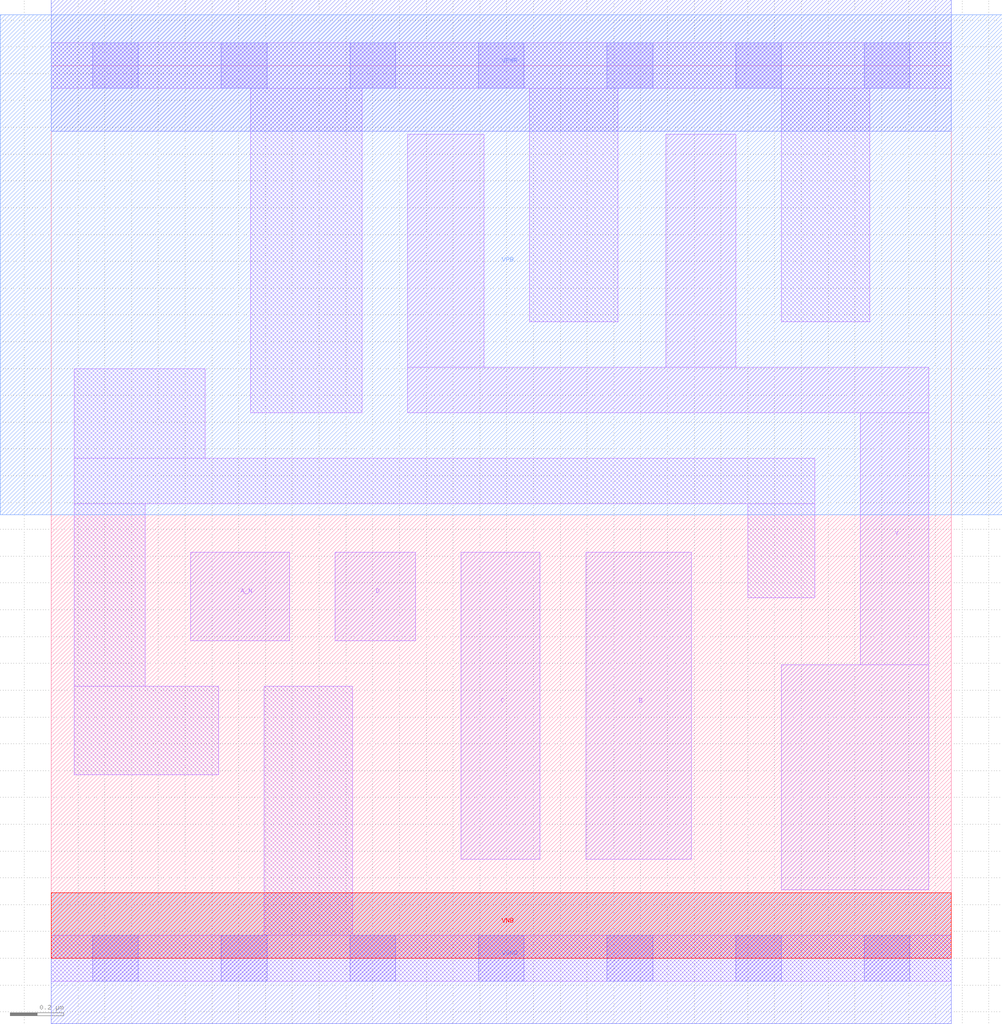
<source format=lef>
# Copyright 2020 The SkyWater PDK Authors
#
# Licensed under the Apache License, Version 2.0 (the "License");
# you may not use this file except in compliance with the License.
# You may obtain a copy of the License at
#
#     https://www.apache.org/licenses/LICENSE-2.0
#
# Unless required by applicable law or agreed to in writing, software
# distributed under the License is distributed on an "AS IS" BASIS,
# WITHOUT WARRANTIES OR CONDITIONS OF ANY KIND, either express or implied.
# See the License for the specific language governing permissions and
# limitations under the License.
#
# SPDX-License-Identifier: Apache-2.0

VERSION 5.7 ;
  NOWIREEXTENSIONATPIN ON ;
  DIVIDERCHAR "/" ;
  BUSBITCHARS "[]" ;
MACRO sky130_fd_sc_lp__nand4b_1
  CLASS CORE ;
  FOREIGN sky130_fd_sc_lp__nand4b_1 ;
  ORIGIN  0.000000  0.000000 ;
  SIZE  3.360000 BY  3.330000 ;
  SYMMETRY X Y R90 ;
  SITE unit ;
  PIN A_N
    ANTENNAGATEAREA  0.126000 ;
    DIRECTION INPUT ;
    USE SIGNAL ;
    PORT
      LAYER li1 ;
        RECT 0.520000 1.185000 0.890000 1.515000 ;
    END
  END A_N
  PIN B
    ANTENNAGATEAREA  0.315000 ;
    DIRECTION INPUT ;
    USE SIGNAL ;
    PORT
      LAYER li1 ;
        RECT 1.995000 0.370000 2.390000 1.515000 ;
    END
  END B
  PIN C
    ANTENNAGATEAREA  0.315000 ;
    DIRECTION INPUT ;
    USE SIGNAL ;
    PORT
      LAYER li1 ;
        RECT 1.530000 0.370000 1.825000 1.515000 ;
    END
  END C
  PIN D
    ANTENNAGATEAREA  0.315000 ;
    DIRECTION INPUT ;
    USE SIGNAL ;
    PORT
      LAYER li1 ;
        RECT 1.060000 1.185000 1.360000 1.515000 ;
    END
  END D
  PIN Y
    ANTENNADIFFAREA  0.928200 ;
    DIRECTION OUTPUT ;
    USE SIGNAL ;
    PORT
      LAYER li1 ;
        RECT 1.330000 2.035000 3.275000 2.205000 ;
        RECT 1.330000 2.205000 1.615000 3.075000 ;
        RECT 2.295000 2.205000 2.555000 3.075000 ;
        RECT 2.725000 0.255000 3.275000 1.095000 ;
        RECT 3.020000 1.095000 3.275000 2.035000 ;
    END
  END Y
  PIN VGND
    DIRECTION INOUT ;
    USE GROUND ;
    PORT
      LAYER met1 ;
        RECT 0.000000 -0.245000 3.360000 0.245000 ;
    END
  END VGND
  PIN VNB
    DIRECTION INOUT ;
    USE GROUND ;
    PORT
      LAYER pwell ;
        RECT 0.000000 0.000000 3.360000 0.245000 ;
    END
  END VNB
  PIN VPB
    DIRECTION INOUT ;
    USE POWER ;
    PORT
      LAYER nwell ;
        RECT -0.190000 1.655000 3.550000 3.520000 ;
    END
  END VPB
  PIN VPWR
    DIRECTION INOUT ;
    USE POWER ;
    PORT
      LAYER met1 ;
        RECT 0.000000 3.085000 3.360000 3.575000 ;
    END
  END VPWR
  OBS
    LAYER li1 ;
      RECT 0.000000 -0.085000 3.360000 0.085000 ;
      RECT 0.000000  3.245000 3.360000 3.415000 ;
      RECT 0.085000  0.685000 0.625000 1.015000 ;
      RECT 0.085000  1.015000 0.350000 1.695000 ;
      RECT 0.085000  1.695000 2.850000 1.865000 ;
      RECT 0.085000  1.865000 0.575000 2.200000 ;
      RECT 0.745000  2.035000 1.160000 3.245000 ;
      RECT 0.795000  0.085000 1.125000 1.015000 ;
      RECT 1.785000  2.375000 2.115000 3.245000 ;
      RECT 2.600000  1.345000 2.850000 1.695000 ;
      RECT 2.725000  2.375000 3.055000 3.245000 ;
    LAYER mcon ;
      RECT 0.155000 -0.085000 0.325000 0.085000 ;
      RECT 0.155000  3.245000 0.325000 3.415000 ;
      RECT 0.635000 -0.085000 0.805000 0.085000 ;
      RECT 0.635000  3.245000 0.805000 3.415000 ;
      RECT 1.115000 -0.085000 1.285000 0.085000 ;
      RECT 1.115000  3.245000 1.285000 3.415000 ;
      RECT 1.595000 -0.085000 1.765000 0.085000 ;
      RECT 1.595000  3.245000 1.765000 3.415000 ;
      RECT 2.075000 -0.085000 2.245000 0.085000 ;
      RECT 2.075000  3.245000 2.245000 3.415000 ;
      RECT 2.555000 -0.085000 2.725000 0.085000 ;
      RECT 2.555000  3.245000 2.725000 3.415000 ;
      RECT 3.035000 -0.085000 3.205000 0.085000 ;
      RECT 3.035000  3.245000 3.205000 3.415000 ;
  END
END sky130_fd_sc_lp__nand4b_1
END LIBRARY

</source>
